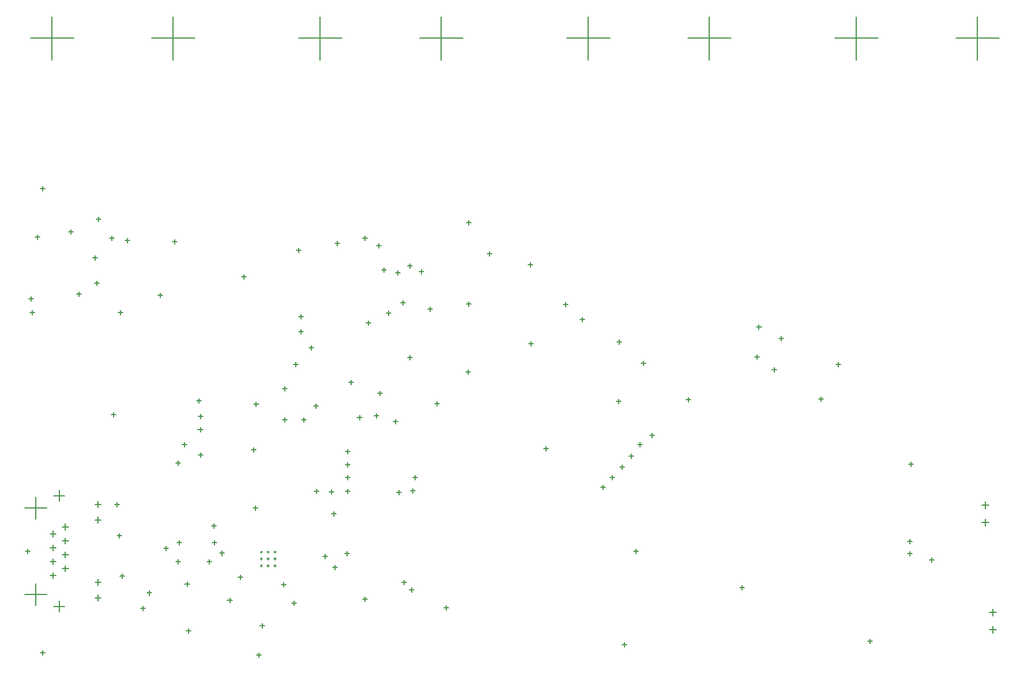
<source format=gbr>
%TF.GenerationSoftware,Altium Limited,Altium Designer,24.1.2 (44)*%
G04 Layer_Color=128*
%FSLAX45Y45*%
%MOMM*%
%TF.SameCoordinates,57B3B6A3-E825-4013-9261-08072AB09D51*%
%TF.FilePolarity,Positive*%
%TF.FileFunction,Drillmap*%
%TF.Part,Single*%
G01*
G75*
%TA.AperFunction,NonConductor*%
%ADD101C,0.12700*%
D101*
X17284500Y3594100D02*
X17386501D01*
X17335500Y3543100D02*
Y3645100D01*
X17284500Y3340100D02*
X17386501D01*
X17335500Y3289100D02*
Y3391100D01*
X8915400Y12026900D02*
X9550400D01*
X9232900Y11709400D02*
Y12344400D01*
X17170200Y4914900D02*
X17272200D01*
X17221201Y4863900D02*
Y4965900D01*
X17170200Y5168900D02*
X17272200D01*
X17221201Y5117900D02*
Y5219900D01*
X4150000Y4038800D02*
X4239000D01*
X4194500Y3994300D02*
Y4083300D01*
X4150000Y3809800D02*
X4239000D01*
X4194500Y3765300D02*
Y3854300D01*
X4150000Y4952800D02*
X4239000D01*
X4194500Y4908300D02*
Y4997300D01*
X4150000Y5181800D02*
X4239000D01*
X4194500Y5137300D02*
Y5226300D01*
X3490000Y4749800D02*
X3579000D01*
X3534500Y4705300D02*
Y4794300D01*
X3490000Y4545800D02*
X3579000D01*
X3534500Y4501300D02*
Y4590300D01*
X3490000Y4341800D02*
X3579000D01*
X3534500Y4297300D02*
Y4386300D01*
X3490000Y4137800D02*
X3579000D01*
X3534500Y4093300D02*
Y4182300D01*
X3668000Y4851800D02*
X3757000D01*
X3712500Y4807300D02*
Y4896300D01*
X3668000Y4647800D02*
X3757000D01*
X3712500Y4603300D02*
Y4692300D01*
X3668000Y4443800D02*
X3757000D01*
X3712500Y4399300D02*
Y4488300D01*
X3668000Y4239800D02*
X3757000D01*
X3712500Y4195300D02*
Y4284300D01*
X3545000Y3682800D02*
X3702000D01*
X3623500Y3604300D02*
Y3761300D01*
X3545000Y5308800D02*
X3702000D01*
X3623500Y5230300D02*
Y5387300D01*
X3118000Y3860800D02*
X3443000D01*
X3280500Y3698300D02*
Y4023300D01*
X3118000Y5130800D02*
X3443000D01*
X3280500Y4968300D02*
Y5293300D01*
X16789400Y12026900D02*
X17424400D01*
X17106900Y11709400D02*
Y12344400D01*
X15011400Y12026900D02*
X15646400D01*
X15328900Y11709400D02*
Y12344400D01*
X12852400Y12026900D02*
X13487399D01*
X13169901Y11709400D02*
Y12344400D01*
X11074400Y12026900D02*
X11709400D01*
X11391900Y11709400D02*
Y12344400D01*
X7137400Y12026900D02*
X7772400D01*
X7454900Y11709400D02*
Y12344400D01*
X4978400Y12026900D02*
X5613400D01*
X5295900Y11709400D02*
Y12344400D01*
X3200400Y12026900D02*
X3835400D01*
X3517900Y11709400D02*
Y12344400D01*
X6250940Y4114845D02*
X6322060D01*
X6286500Y4079285D02*
Y4150405D01*
X5336540Y4339987D02*
X5407660D01*
X5372100Y4304427D02*
Y4375547D01*
X6092564Y3774266D02*
X6163684D01*
X6128124Y3738706D02*
Y3809826D01*
X5466204Y4013200D02*
X5537324D01*
X5501764Y3977640D02*
Y4048760D01*
X5349240Y4622800D02*
X5420360D01*
X5384800Y4587240D02*
Y4658360D01*
X5158740Y4533900D02*
X5229860D01*
X5194300Y4498340D02*
Y4569460D01*
X5977703Y4463863D02*
X6048823D01*
X6013263Y4428303D02*
Y4499423D01*
X5869940Y4622800D02*
X5941060D01*
X5905500Y4587240D02*
Y4658360D01*
X5793740Y4343400D02*
X5864860D01*
X5829300Y4307840D02*
Y4378960D01*
X4908823Y3879942D02*
X4979943D01*
X4944383Y3844382D02*
Y3915502D01*
X7495540Y4419600D02*
X7566660D01*
X7531100Y4384040D02*
Y4455160D01*
X7292340Y7480300D02*
X7363460D01*
X7327900Y7444740D02*
Y7515860D01*
X8637040Y8140700D02*
X8708160D01*
X8672600Y8105140D02*
Y8176260D01*
X8422640Y7988300D02*
X8493760D01*
X8458200Y7952740D02*
Y8023860D01*
X8079740Y3793038D02*
X8150860D01*
X8115300Y3757478D02*
Y3828598D01*
X6517640Y2967538D02*
X6588760D01*
X6553200Y2931978D02*
Y3003098D01*
X3126740Y4491538D02*
X3197860D01*
X3162300Y4455978D02*
Y4527098D01*
X3342640Y3005638D02*
X3413760D01*
X3378200Y2970078D02*
Y3041198D01*
X4384040Y6498138D02*
X4455160D01*
X4419600Y6462578D02*
Y6533698D01*
X8244840Y6485438D02*
X8315960D01*
X8280400Y6449878D02*
Y6520998D01*
X8295640Y6815638D02*
X8366760D01*
X8331200Y6780078D02*
Y6851198D01*
X9133840Y6663238D02*
X9204960D01*
X9169400Y6627678D02*
Y6698798D01*
X8130540Y7844338D02*
X8201660D01*
X8166100Y7808778D02*
Y7879898D01*
X9032240Y8047538D02*
X9103360D01*
X9067800Y8011978D02*
Y8083098D01*
X8740140Y7336338D02*
X8811260D01*
X8775700Y7300778D02*
Y7371898D01*
X7101840Y8911138D02*
X7172960D01*
X7137400Y8875578D02*
Y8946698D01*
X9908540Y8860338D02*
X9979660D01*
X9944100Y8824778D02*
Y8895898D01*
X10518140Y7539538D02*
X10589260D01*
X10553700Y7503978D02*
Y7575098D01*
X10734040Y6002838D02*
X10805160D01*
X10769600Y5967278D02*
Y6038398D01*
X9273540Y3666038D02*
X9344660D01*
X9309100Y3630478D02*
Y3701598D01*
X11889740Y3119938D02*
X11960860D01*
X11925300Y3084378D02*
Y3155498D01*
X12054840Y4491538D02*
X12125960D01*
X12090400Y4455978D02*
Y4527098D01*
X13616940Y3958138D02*
X13688060D01*
X13652499Y3922578D02*
Y3993698D01*
X15496539Y3170738D02*
X15567661D01*
X15532100Y3135178D02*
Y3206298D01*
X16398241Y4364538D02*
X16469360D01*
X16433800Y4328978D02*
Y4400098D01*
X16093440Y5774238D02*
X16164560D01*
X16128999Y5738678D02*
Y5809798D01*
X13832840Y7349038D02*
X13903960D01*
X13868401Y7313478D02*
Y7384598D01*
X14772639Y6726738D02*
X14843761D01*
X14808200Y6691178D02*
Y6762298D01*
X14086839Y7162800D02*
X14157961D01*
X14122400Y7127240D02*
Y7198360D01*
X7997144Y6457804D02*
X8068264D01*
X8032704Y6422244D02*
Y6493364D01*
X7355840Y6629400D02*
X7426960D01*
X7391400Y6593840D02*
Y6664960D01*
X5488940Y3327400D02*
X5560060D01*
X5524500Y3291840D02*
Y3362960D01*
X4815840Y3657600D02*
X4886960D01*
X4851400Y3622040D02*
Y3693160D01*
X6568440Y3403600D02*
X6639560D01*
X6604000Y3368040D02*
Y3439160D01*
X4168140Y9372600D02*
X4239260D01*
X4203700Y9337040D02*
Y9408160D01*
X4358640Y9093200D02*
X4429760D01*
X4394200Y9057640D02*
Y9128760D01*
X4117340Y8801100D02*
X4188460D01*
X4152900Y8765540D02*
Y8836660D01*
X5069840Y8255000D02*
X5140960D01*
X5105400Y8219440D02*
Y8290560D01*
X3342640Y9817100D02*
X3413760D01*
X3378200Y9781540D02*
Y9852660D01*
X3266440Y9105900D02*
X3337560D01*
X3302000Y9070340D02*
Y9141460D01*
X6301740Y8521700D02*
X6372860D01*
X6337300Y8486140D02*
Y8557260D01*
X4587240Y9055100D02*
X4658360D01*
X4622800Y9019540D02*
Y9090660D01*
X5285740Y9042400D02*
X5356860D01*
X5321300Y9006840D02*
Y9077960D01*
X4142740Y8432800D02*
X4213860D01*
X4178300Y8397240D02*
Y8468360D01*
X3876040Y8267700D02*
X3947160D01*
X3911600Y8232140D02*
Y8303260D01*
X3177540Y8204200D02*
X3248660D01*
X3213100Y8168640D02*
Y8239760D01*
X10505440Y8699500D02*
X10576560D01*
X10541000Y8663940D02*
Y8735060D01*
X9603740Y9321800D02*
X9674860D01*
X9639300Y9286240D02*
Y9357360D01*
X7673340Y9017000D02*
X7744460D01*
X7708900Y8981440D02*
Y9052560D01*
X5425440Y6057900D02*
X5496560D01*
X5461000Y6022340D02*
Y6093460D01*
X5641340Y6705600D02*
X5712460D01*
X5676900Y6670040D02*
Y6741160D01*
X5666740Y6477000D02*
X5737860D01*
X5702300Y6441440D02*
Y6512560D01*
X5660390Y6280150D02*
X5731510D01*
X5695950Y6244590D02*
Y6315710D01*
X5666740Y5905500D02*
X5737860D01*
X5702300Y5869940D02*
Y5941060D01*
X5336540Y5791200D02*
X5407660D01*
X5372100Y5755640D02*
Y5826760D01*
X12169140Y7251700D02*
X12240260D01*
X12204700Y7216140D02*
Y7287260D01*
X11813540Y7569200D02*
X11884660D01*
X11849100Y7533640D02*
Y7604760D01*
X6898640Y6883400D02*
X6969760D01*
X6934200Y6847840D02*
Y6918960D01*
X8359140Y8623300D02*
X8430260D01*
X8394700Y8587740D02*
Y8658860D01*
X8562340Y8585200D02*
X8633460D01*
X8597900Y8549640D02*
Y8620760D01*
X8079740Y9093200D02*
X8150860D01*
X8115300Y9057640D02*
Y9128760D01*
X7139940Y7937500D02*
X7211060D01*
X7175500Y7901940D02*
Y7973060D01*
X8282940Y8978900D02*
X8354060D01*
X8318500Y8943340D02*
Y9014460D01*
X6441440Y5981700D02*
X6512560D01*
X6477000Y5946140D02*
Y6017260D01*
X7368540Y5372100D02*
X7439660D01*
X7404100Y5336540D02*
Y5407660D01*
X8778240Y5384800D02*
X8849360D01*
X8813800Y5349240D02*
Y5420360D01*
X8816340Y5575300D02*
X8887460D01*
X8851900Y5539740D02*
Y5610860D01*
X7584440Y5363309D02*
X7655560D01*
X7620000Y5327749D02*
Y5398869D01*
X7622540Y5041900D02*
X7693660D01*
X7658100Y5006340D02*
Y5077460D01*
X8575040Y5359400D02*
X8646160D01*
X8610600Y5323840D02*
Y5394960D01*
X6479940Y6654800D02*
X6551060D01*
X6515500Y6619240D02*
Y6690360D01*
X7825740Y5579411D02*
X7896860D01*
X7861300Y5543851D02*
Y5614971D01*
X7825740Y5376009D02*
X7896860D01*
X7861300Y5340449D02*
Y5411569D01*
X6898640Y6426200D02*
X6969760D01*
X6934200Y6390640D02*
Y6461760D01*
X8740140Y8686800D02*
X8811260D01*
X8775700Y8651240D02*
Y8722360D01*
X7063740Y7239000D02*
X7134860D01*
X7099300Y7203440D02*
Y7274560D01*
X7139940Y7721600D02*
X7211060D01*
X7175500Y7686040D02*
Y7757160D01*
X11800840Y6692900D02*
X11871960D01*
X11836400Y6657340D02*
Y6728460D01*
X12829539Y6718300D02*
X12900661D01*
X12865100Y6682740D02*
Y6753860D01*
X11851640Y5727700D02*
X11922760D01*
X11887200Y5692140D02*
Y5763260D01*
X11711940Y5575300D02*
X11783060D01*
X11747500Y5539740D02*
Y5610860D01*
X12296140Y6197600D02*
X12367260D01*
X12331700Y6162040D02*
Y6233160D01*
X12118340Y6057900D02*
X12189460D01*
X12153900Y6022340D02*
Y6093460D01*
X8905240Y8597900D02*
X8976360D01*
X8940800Y8562340D02*
Y8633460D01*
X11267440Y7899400D02*
X11338560D01*
X11303000Y7863840D02*
Y7934960D01*
X11026140Y8115300D02*
X11097260D01*
X11061700Y8079740D02*
Y8150860D01*
X16080740Y4457700D02*
X16151860D01*
X16116299Y4422140D02*
Y4493260D01*
X16080740Y4635500D02*
X16151860D01*
X16116299Y4599940D02*
Y4671060D01*
X7825740Y5765800D02*
X7896860D01*
X7861300Y5730240D02*
Y5801360D01*
X7038340Y3733800D02*
X7109460D01*
X7073900Y3698240D02*
Y3769360D01*
X7813040Y4457700D02*
X7884160D01*
X7848600Y4422140D02*
Y4493260D01*
X11572240Y5435600D02*
X11643360D01*
X11607800Y5400040D02*
Y5471160D01*
X8765540Y3924300D02*
X8836660D01*
X8801100Y3888740D02*
Y3959860D01*
X8651240Y4038600D02*
X8722360D01*
X8686800Y4003040D02*
Y4074160D01*
X8524240Y6400800D02*
X8595360D01*
X8559800Y6365240D02*
Y6436360D01*
X7825740Y5956300D02*
X7896860D01*
X7861300Y5920740D02*
Y5991860D01*
X7178040Y6426200D02*
X7249160D01*
X7213600Y6390640D02*
Y6461760D01*
X11991340Y5892800D02*
X12062460D01*
X12026900Y5857240D02*
Y5928360D01*
X4485640Y8001000D02*
X4556760D01*
X4521200Y7965440D02*
Y8036560D01*
X3190240Y8001000D02*
X3261360D01*
X3225800Y7965440D02*
Y8036560D01*
X3761740Y9182100D02*
X3832860D01*
X3797300Y9146540D02*
Y9217660D01*
X6466840Y5130800D02*
X6537960D01*
X6502400Y5095240D02*
Y5166360D01*
X9591040Y7124700D02*
X9662160D01*
X9626600Y7089140D02*
Y7160260D01*
X7876540Y6972300D02*
X7947660D01*
X7912100Y6936740D02*
Y7007860D01*
X9603740Y8128000D02*
X9674860D01*
X9639300Y8092440D02*
Y8163560D01*
X7635240Y4254500D02*
X7706360D01*
X7670800Y4218940D02*
Y4290060D01*
X13863840Y7785100D02*
X13934959D01*
X13899400Y7749540D02*
Y7820660D01*
X5857240Y4864100D02*
X5928360D01*
X5892800Y4828540D02*
Y4899660D01*
X6885940Y4000500D02*
X6957060D01*
X6921500Y3964940D02*
Y4036060D01*
X4434840Y5181600D02*
X4505960D01*
X4470400Y5146040D02*
Y5217160D01*
X6577900Y4281500D02*
X6607900D01*
X6592900Y4266500D02*
Y4296500D01*
X6577900Y4381500D02*
X6607900D01*
X6592900Y4366500D02*
Y4396500D01*
X6577900Y4481500D02*
X6607900D01*
X6592900Y4466500D02*
Y4496500D01*
X6677900Y4281500D02*
X6707900D01*
X6692900Y4266500D02*
Y4296500D01*
X6677900Y4381500D02*
X6707900D01*
X6692900Y4366500D02*
Y4396500D01*
X6677900Y4481500D02*
X6707900D01*
X6692900Y4466500D02*
Y4496500D01*
X6777900Y4281500D02*
X6807900D01*
X6792900Y4266500D02*
Y4296500D01*
X6777900Y4381500D02*
X6807900D01*
X6792900Y4366500D02*
Y4396500D01*
X6777900Y4481500D02*
X6807900D01*
X6792900Y4466500D02*
Y4496500D01*
X4511040Y4127500D02*
X4582160D01*
X4546600Y4091940D02*
Y4163060D01*
X4472940Y4724400D02*
X4544060D01*
X4508500Y4688840D02*
Y4759960D01*
X15026640Y7239000D02*
X15097760D01*
X15062199Y7203440D02*
Y7274560D01*
X14188440Y7620000D02*
X14259560D01*
X14224001Y7584440D02*
Y7655560D01*
%TF.MD5,2c6c39818864b69d7ebcdfe9e0cde52a*%
M02*

</source>
